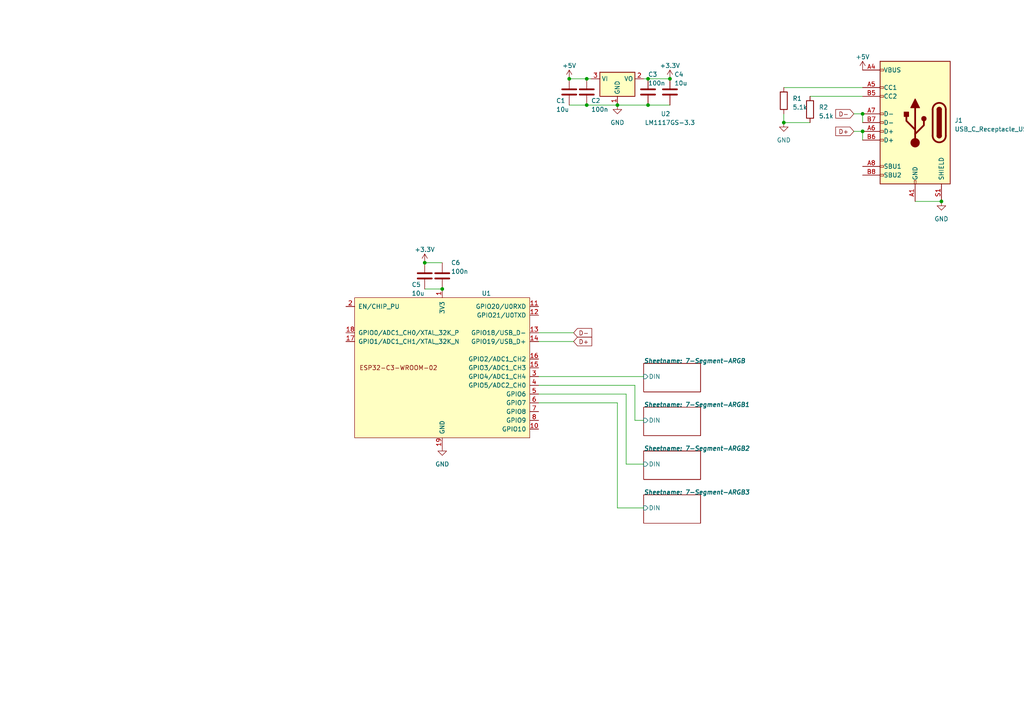
<source format=kicad_sch>
(kicad_sch (version 20230121) (generator eeschema)

  (uuid 51b06f68-d19f-435f-8d66-e0d8a7239925)

  (paper "A4")

  (lib_symbols
    (symbol "Connector:USB_C_Receptacle_USB2.0" (pin_names (offset 1.016)) (in_bom yes) (on_board yes)
      (property "Reference" "J" (at -10.16 19.05 0)
        (effects (font (size 1.27 1.27)) (justify left))
      )
      (property "Value" "USB_C_Receptacle_USB2.0" (at 19.05 19.05 0)
        (effects (font (size 1.27 1.27)) (justify right))
      )
      (property "Footprint" "" (at 3.81 0 0)
        (effects (font (size 1.27 1.27)) hide)
      )
      (property "Datasheet" "https://www.usb.org/sites/default/files/documents/usb_type-c.zip" (at 3.81 0 0)
        (effects (font (size 1.27 1.27)) hide)
      )
      (property "ki_keywords" "usb universal serial bus type-C USB2.0" (at 0 0 0)
        (effects (font (size 1.27 1.27)) hide)
      )
      (property "ki_description" "USB 2.0-only Type-C Receptacle connector" (at 0 0 0)
        (effects (font (size 1.27 1.27)) hide)
      )
      (property "ki_fp_filters" "USB*C*Receptacle*" (at 0 0 0)
        (effects (font (size 1.27 1.27)) hide)
      )
      (symbol "USB_C_Receptacle_USB2.0_0_0"
        (rectangle (start -0.254 -17.78) (end 0.254 -16.764)
          (stroke (width 0) (type default))
          (fill (type none))
        )
        (rectangle (start 10.16 -14.986) (end 9.144 -15.494)
          (stroke (width 0) (type default))
          (fill (type none))
        )
        (rectangle (start 10.16 -12.446) (end 9.144 -12.954)
          (stroke (width 0) (type default))
          (fill (type none))
        )
        (rectangle (start 10.16 -4.826) (end 9.144 -5.334)
          (stroke (width 0) (type default))
          (fill (type none))
        )
        (rectangle (start 10.16 -2.286) (end 9.144 -2.794)
          (stroke (width 0) (type default))
          (fill (type none))
        )
        (rectangle (start 10.16 0.254) (end 9.144 -0.254)
          (stroke (width 0) (type default))
          (fill (type none))
        )
        (rectangle (start 10.16 2.794) (end 9.144 2.286)
          (stroke (width 0) (type default))
          (fill (type none))
        )
        (rectangle (start 10.16 7.874) (end 9.144 7.366)
          (stroke (width 0) (type default))
          (fill (type none))
        )
        (rectangle (start 10.16 10.414) (end 9.144 9.906)
          (stroke (width 0) (type default))
          (fill (type none))
        )
        (rectangle (start 10.16 15.494) (end 9.144 14.986)
          (stroke (width 0) (type default))
          (fill (type none))
        )
      )
      (symbol "USB_C_Receptacle_USB2.0_0_1"
        (rectangle (start -10.16 17.78) (end 10.16 -17.78)
          (stroke (width 0.254) (type default))
          (fill (type background))
        )
        (arc (start -8.89 -3.81) (mid -6.985 -5.7067) (end -5.08 -3.81)
          (stroke (width 0.508) (type default))
          (fill (type none))
        )
        (arc (start -7.62 -3.81) (mid -6.985 -4.4423) (end -6.35 -3.81)
          (stroke (width 0.254) (type default))
          (fill (type none))
        )
        (arc (start -7.62 -3.81) (mid -6.985 -4.4423) (end -6.35 -3.81)
          (stroke (width 0.254) (type default))
          (fill (type outline))
        )
        (rectangle (start -7.62 -3.81) (end -6.35 3.81)
          (stroke (width 0.254) (type default))
          (fill (type outline))
        )
        (arc (start -6.35 3.81) (mid -6.985 4.4423) (end -7.62 3.81)
          (stroke (width 0.254) (type default))
          (fill (type none))
        )
        (arc (start -6.35 3.81) (mid -6.985 4.4423) (end -7.62 3.81)
          (stroke (width 0.254) (type default))
          (fill (type outline))
        )
        (arc (start -5.08 3.81) (mid -6.985 5.7067) (end -8.89 3.81)
          (stroke (width 0.508) (type default))
          (fill (type none))
        )
        (circle (center -2.54 1.143) (radius 0.635)
          (stroke (width 0.254) (type default))
          (fill (type outline))
        )
        (circle (center 0 -5.842) (radius 1.27)
          (stroke (width 0) (type default))
          (fill (type outline))
        )
        (polyline
          (pts
            (xy -8.89 -3.81)
            (xy -8.89 3.81)
          )
          (stroke (width 0.508) (type default))
          (fill (type none))
        )
        (polyline
          (pts
            (xy -5.08 3.81)
            (xy -5.08 -3.81)
          )
          (stroke (width 0.508) (type default))
          (fill (type none))
        )
        (polyline
          (pts
            (xy 0 -5.842)
            (xy 0 4.318)
          )
          (stroke (width 0.508) (type default))
          (fill (type none))
        )
        (polyline
          (pts
            (xy 0 -3.302)
            (xy -2.54 -0.762)
            (xy -2.54 0.508)
          )
          (stroke (width 0.508) (type default))
          (fill (type none))
        )
        (polyline
          (pts
            (xy 0 -2.032)
            (xy 2.54 0.508)
            (xy 2.54 1.778)
          )
          (stroke (width 0.508) (type default))
          (fill (type none))
        )
        (polyline
          (pts
            (xy -1.27 4.318)
            (xy 0 6.858)
            (xy 1.27 4.318)
            (xy -1.27 4.318)
          )
          (stroke (width 0.254) (type default))
          (fill (type outline))
        )
        (rectangle (start 1.905 1.778) (end 3.175 3.048)
          (stroke (width 0.254) (type default))
          (fill (type outline))
        )
      )
      (symbol "USB_C_Receptacle_USB2.0_1_1"
        (pin passive line (at 0 -22.86 90) (length 5.08)
          (name "GND" (effects (font (size 1.27 1.27))))
          (number "A1" (effects (font (size 1.27 1.27))))
        )
        (pin passive line (at 0 -22.86 90) (length 5.08) hide
          (name "GND" (effects (font (size 1.27 1.27))))
          (number "A12" (effects (font (size 1.27 1.27))))
        )
        (pin passive line (at 15.24 15.24 180) (length 5.08)
          (name "VBUS" (effects (font (size 1.27 1.27))))
          (number "A4" (effects (font (size 1.27 1.27))))
        )
        (pin bidirectional line (at 15.24 10.16 180) (length 5.08)
          (name "CC1" (effects (font (size 1.27 1.27))))
          (number "A5" (effects (font (size 1.27 1.27))))
        )
        (pin bidirectional line (at 15.24 -2.54 180) (length 5.08)
          (name "D+" (effects (font (size 1.27 1.27))))
          (number "A6" (effects (font (size 1.27 1.27))))
        )
        (pin bidirectional line (at 15.24 2.54 180) (length 5.08)
          (name "D-" (effects (font (size 1.27 1.27))))
          (number "A7" (effects (font (size 1.27 1.27))))
        )
        (pin bidirectional line (at 15.24 -12.7 180) (length 5.08)
          (name "SBU1" (effects (font (size 1.27 1.27))))
          (number "A8" (effects (font (size 1.27 1.27))))
        )
        (pin passive line (at 15.24 15.24 180) (length 5.08) hide
          (name "VBUS" (effects (font (size 1.27 1.27))))
          (number "A9" (effects (font (size 1.27 1.27))))
        )
        (pin passive line (at 0 -22.86 90) (length 5.08) hide
          (name "GND" (effects (font (size 1.27 1.27))))
          (number "B1" (effects (font (size 1.27 1.27))))
        )
        (pin passive line (at 0 -22.86 90) (length 5.08) hide
          (name "GND" (effects (font (size 1.27 1.27))))
          (number "B12" (effects (font (size 1.27 1.27))))
        )
        (pin passive line (at 15.24 15.24 180) (length 5.08) hide
          (name "VBUS" (effects (font (size 1.27 1.27))))
          (number "B4" (effects (font (size 1.27 1.27))))
        )
        (pin bidirectional line (at 15.24 7.62 180) (length 5.08)
          (name "CC2" (effects (font (size 1.27 1.27))))
          (number "B5" (effects (font (size 1.27 1.27))))
        )
        (pin bidirectional line (at 15.24 -5.08 180) (length 5.08)
          (name "D+" (effects (font (size 1.27 1.27))))
          (number "B6" (effects (font (size 1.27 1.27))))
        )
        (pin bidirectional line (at 15.24 0 180) (length 5.08)
          (name "D-" (effects (font (size 1.27 1.27))))
          (number "B7" (effects (font (size 1.27 1.27))))
        )
        (pin bidirectional line (at 15.24 -15.24 180) (length 5.08)
          (name "SBU2" (effects (font (size 1.27 1.27))))
          (number "B8" (effects (font (size 1.27 1.27))))
        )
        (pin passive line (at 15.24 15.24 180) (length 5.08) hide
          (name "VBUS" (effects (font (size 1.27 1.27))))
          (number "B9" (effects (font (size 1.27 1.27))))
        )
        (pin passive line (at -7.62 -22.86 90) (length 5.08)
          (name "SHIELD" (effects (font (size 1.27 1.27))))
          (number "S1" (effects (font (size 1.27 1.27))))
        )
      )
    )
    (symbol "Device:C" (pin_numbers hide) (pin_names (offset 0.254)) (in_bom yes) (on_board yes)
      (property "Reference" "C" (at 0.635 2.54 0)
        (effects (font (size 1.27 1.27)) (justify left))
      )
      (property "Value" "C" (at 0.635 -2.54 0)
        (effects (font (size 1.27 1.27)) (justify left))
      )
      (property "Footprint" "" (at 0.9652 -3.81 0)
        (effects (font (size 1.27 1.27)) hide)
      )
      (property "Datasheet" "~" (at 0 0 0)
        (effects (font (size 1.27 1.27)) hide)
      )
      (property "ki_keywords" "cap capacitor" (at 0 0 0)
        (effects (font (size 1.27 1.27)) hide)
      )
      (property "ki_description" "Unpolarized capacitor" (at 0 0 0)
        (effects (font (size 1.27 1.27)) hide)
      )
      (property "ki_fp_filters" "C_*" (at 0 0 0)
        (effects (font (size 1.27 1.27)) hide)
      )
      (symbol "C_0_1"
        (polyline
          (pts
            (xy -2.032 -0.762)
            (xy 2.032 -0.762)
          )
          (stroke (width 0.508) (type default))
          (fill (type none))
        )
        (polyline
          (pts
            (xy -2.032 0.762)
            (xy 2.032 0.762)
          )
          (stroke (width 0.508) (type default))
          (fill (type none))
        )
      )
      (symbol "C_1_1"
        (pin passive line (at 0 3.81 270) (length 2.794)
          (name "~" (effects (font (size 1.27 1.27))))
          (number "1" (effects (font (size 1.27 1.27))))
        )
        (pin passive line (at 0 -3.81 90) (length 2.794)
          (name "~" (effects (font (size 1.27 1.27))))
          (number "2" (effects (font (size 1.27 1.27))))
        )
      )
    )
    (symbol "Device:R" (pin_numbers hide) (pin_names (offset 0)) (in_bom yes) (on_board yes)
      (property "Reference" "R" (at 2.032 0 90)
        (effects (font (size 1.27 1.27)))
      )
      (property "Value" "R" (at 0 0 90)
        (effects (font (size 1.27 1.27)))
      )
      (property "Footprint" "" (at -1.778 0 90)
        (effects (font (size 1.27 1.27)) hide)
      )
      (property "Datasheet" "~" (at 0 0 0)
        (effects (font (size 1.27 1.27)) hide)
      )
      (property "ki_keywords" "R res resistor" (at 0 0 0)
        (effects (font (size 1.27 1.27)) hide)
      )
      (property "ki_description" "Resistor" (at 0 0 0)
        (effects (font (size 1.27 1.27)) hide)
      )
      (property "ki_fp_filters" "R_*" (at 0 0 0)
        (effects (font (size 1.27 1.27)) hide)
      )
      (symbol "R_0_1"
        (rectangle (start -1.016 -2.54) (end 1.016 2.54)
          (stroke (width 0.254) (type default))
          (fill (type none))
        )
      )
      (symbol "R_1_1"
        (pin passive line (at 0 3.81 270) (length 1.27)
          (name "~" (effects (font (size 1.27 1.27))))
          (number "1" (effects (font (size 1.27 1.27))))
        )
        (pin passive line (at 0 -3.81 90) (length 1.27)
          (name "~" (effects (font (size 1.27 1.27))))
          (number "2" (effects (font (size 1.27 1.27))))
        )
      )
    )
    (symbol "Espressif:ESP32-C3-WROOM-02" (pin_names (offset 1.016)) (in_bom yes) (on_board yes)
      (property "Reference" "U" (at -25.4 25.4 0)
        (effects (font (size 1.27 1.27)) (justify left))
      )
      (property "Value" "ESP32-C3-WROOM-02" (at -25.4 22.86 0)
        (effects (font (size 1.27 1.27)) (justify left))
      )
      (property "Footprint" "Espressif:ESP32-C3-WROOM-02" (at 0 -30.48 0)
        (effects (font (size 1.27 1.27)) hide)
      )
      (property "Datasheet" "https://www.espressif.com/sites/default/files/documentation/esp32-c3-wroom-02_datasheet_en.pdf" (at -2.54 -33.02 0)
        (effects (font (size 1.27 1.27)) hide)
      )
      (property "ki_keywords" "esp32-c3 module" (at 0 0 0)
        (effects (font (size 1.27 1.27)) hide)
      )
      (property "ki_description" "ESP32-C3-WROOM-02 is a general-purpose Wi-Fi and Bluetooth LE module. This module features a rich set of peripherals and high performance, which makes it an ideal choice for smart home, industrial automation, health care, consumer electronics, etc." (at 0 0 0)
        (effects (font (size 1.27 1.27)) hide)
      )
      (symbol "ESP32-C3-WROOM-02_0_0"
        (text "ESP32-C3-WROOM-02" (at -12.7 0 0)
          (effects (font (size 1.27 1.27)))
        )
      )
      (symbol "ESP32-C3-WROOM-02_0_1"
        (rectangle (start 25.4 20.32) (end -25.4 -20.32)
          (stroke (width 0) (type default))
          (fill (type background))
        )
      )
      (symbol "ESP32-C3-WROOM-02_1_1"
        (pin power_in line (at 0 22.86 270) (length 2.54)
          (name "3V3" (effects (font (size 1.27 1.27))))
          (number "1" (effects (font (size 1.27 1.27))))
        )
        (pin bidirectional line (at 27.94 -17.78 180) (length 2.54)
          (name "GPIO10" (effects (font (size 1.27 1.27))))
          (number "10" (effects (font (size 1.27 1.27))))
        )
        (pin bidirectional line (at 27.94 17.78 180) (length 2.54)
          (name "GPIO20/U0RXD" (effects (font (size 1.27 1.27))))
          (number "11" (effects (font (size 1.27 1.27))))
        )
        (pin bidirectional line (at 27.94 15.24 180) (length 2.54)
          (name "GPIO21/U0TXD" (effects (font (size 1.27 1.27))))
          (number "12" (effects (font (size 1.27 1.27))))
        )
        (pin bidirectional line (at 27.94 10.16 180) (length 2.54)
          (name "GPIO18/USB_D-" (effects (font (size 1.27 1.27))))
          (number "13" (effects (font (size 1.27 1.27))))
        )
        (pin bidirectional line (at 27.94 7.62 180) (length 2.54)
          (name "GPIO19/USB_D+" (effects (font (size 1.27 1.27))))
          (number "14" (effects (font (size 1.27 1.27))))
        )
        (pin bidirectional line (at 27.94 0 180) (length 2.54)
          (name "GPIO3/ADC1_CH3" (effects (font (size 1.27 1.27))))
          (number "15" (effects (font (size 1.27 1.27))))
        )
        (pin bidirectional line (at 27.94 2.54 180) (length 2.54)
          (name "GPIO2/ADC1_CH2" (effects (font (size 1.27 1.27))))
          (number "16" (effects (font (size 1.27 1.27))))
        )
        (pin bidirectional line (at -27.94 7.62 0) (length 2.54)
          (name "GPIO1/ADC1_CH1/XTAL_32K_N" (effects (font (size 1.27 1.27))))
          (number "17" (effects (font (size 1.27 1.27))))
        )
        (pin bidirectional line (at -27.94 10.16 0) (length 2.54)
          (name "GPIO0/ADC1_CH0/XTAL_32K_P" (effects (font (size 1.27 1.27))))
          (number "18" (effects (font (size 1.27 1.27))))
        )
        (pin power_in line (at 0 -22.86 90) (length 2.54)
          (name "GND" (effects (font (size 1.27 1.27))))
          (number "19" (effects (font (size 1.27 1.27))))
        )
        (pin input line (at -27.94 17.78 0) (length 2.54)
          (name "EN/CHIP_PU" (effects (font (size 1.27 1.27))))
          (number "2" (effects (font (size 1.27 1.27))))
        )
        (pin bidirectional line (at 27.94 -2.54 180) (length 2.54)
          (name "GPIO4/ADC1_CH4" (effects (font (size 1.27 1.27))))
          (number "3" (effects (font (size 1.27 1.27))))
        )
        (pin bidirectional line (at 27.94 -5.08 180) (length 2.54)
          (name "GPIO5/ADC2_CH0" (effects (font (size 1.27 1.27))))
          (number "4" (effects (font (size 1.27 1.27))))
        )
        (pin bidirectional line (at 27.94 -7.62 180) (length 2.54)
          (name "GPIO6" (effects (font (size 1.27 1.27))))
          (number "5" (effects (font (size 1.27 1.27))))
        )
        (pin bidirectional line (at 27.94 -10.16 180) (length 2.54)
          (name "GPIO7" (effects (font (size 1.27 1.27))))
          (number "6" (effects (font (size 1.27 1.27))))
        )
        (pin bidirectional line (at 27.94 -12.7 180) (length 2.54)
          (name "GPIO8" (effects (font (size 1.27 1.27))))
          (number "7" (effects (font (size 1.27 1.27))))
        )
        (pin bidirectional line (at 27.94 -15.24 180) (length 2.54)
          (name "GPIO9" (effects (font (size 1.27 1.27))))
          (number "8" (effects (font (size 1.27 1.27))))
        )
        (pin passive line (at 0 -22.86 90) (length 2.54) hide
          (name "GND" (effects (font (size 1.27 1.27))))
          (number "9" (effects (font (size 1.27 1.27))))
        )
      )
    )
    (symbol "Regulator_Linear:LM1117DT-3.3" (in_bom yes) (on_board yes)
      (property "Reference" "U" (at -3.81 3.175 0)
        (effects (font (size 1.27 1.27)))
      )
      (property "Value" "LM1117DT-3.3" (at 0 3.175 0)
        (effects (font (size 1.27 1.27)) (justify left))
      )
      (property "Footprint" "Package_TO_SOT_SMD:TO-252-3_TabPin2" (at 0 0 0)
        (effects (font (size 1.27 1.27)) hide)
      )
      (property "Datasheet" "http://www.ti.com/lit/ds/symlink/lm1117.pdf" (at 0 0 0)
        (effects (font (size 1.27 1.27)) hide)
      )
      (property "ki_keywords" "linear regulator ldo fixed positive" (at 0 0 0)
        (effects (font (size 1.27 1.27)) hide)
      )
      (property "ki_description" "800mA Low-Dropout Linear Regulator, 3.3V fixed output, TO-252" (at 0 0 0)
        (effects (font (size 1.27 1.27)) hide)
      )
      (property "ki_fp_filters" "TO?252*" (at 0 0 0)
        (effects (font (size 1.27 1.27)) hide)
      )
      (symbol "LM1117DT-3.3_0_1"
        (rectangle (start -5.08 -5.08) (end 5.08 1.905)
          (stroke (width 0.254) (type default))
          (fill (type background))
        )
      )
      (symbol "LM1117DT-3.3_1_1"
        (pin power_in line (at 0 -7.62 90) (length 2.54)
          (name "GND" (effects (font (size 1.27 1.27))))
          (number "1" (effects (font (size 1.27 1.27))))
        )
        (pin power_out line (at 7.62 0 180) (length 2.54)
          (name "VO" (effects (font (size 1.27 1.27))))
          (number "2" (effects (font (size 1.27 1.27))))
        )
        (pin power_in line (at -7.62 0 0) (length 2.54)
          (name "VI" (effects (font (size 1.27 1.27))))
          (number "3" (effects (font (size 1.27 1.27))))
        )
      )
    )
    (symbol "power:+3.3V" (power) (pin_names (offset 0)) (in_bom yes) (on_board yes)
      (property "Reference" "#PWR" (at 0 -3.81 0)
        (effects (font (size 1.27 1.27)) hide)
      )
      (property "Value" "+3.3V" (at 0 3.556 0)
        (effects (font (size 1.27 1.27)))
      )
      (property "Footprint" "" (at 0 0 0)
        (effects (font (size 1.27 1.27)) hide)
      )
      (property "Datasheet" "" (at 0 0 0)
        (effects (font (size 1.27 1.27)) hide)
      )
      (property "ki_keywords" "global power" (at 0 0 0)
        (effects (font (size 1.27 1.27)) hide)
      )
      (property "ki_description" "Power symbol creates a global label with name \"+3.3V\"" (at 0 0 0)
        (effects (font (size 1.27 1.27)) hide)
      )
      (symbol "+3.3V_0_1"
        (polyline
          (pts
            (xy -0.762 1.27)
            (xy 0 2.54)
          )
          (stroke (width 0) (type default))
          (fill (type none))
        )
        (polyline
          (pts
            (xy 0 0)
            (xy 0 2.54)
          )
          (stroke (width 0) (type default))
          (fill (type none))
        )
        (polyline
          (pts
            (xy 0 2.54)
            (xy 0.762 1.27)
          )
          (stroke (width 0) (type default))
          (fill (type none))
        )
      )
      (symbol "+3.3V_1_1"
        (pin power_in line (at 0 0 90) (length 0) hide
          (name "+3.3V" (effects (font (size 1.27 1.27))))
          (number "1" (effects (font (size 1.27 1.27))))
        )
      )
    )
    (symbol "power:+5V" (power) (pin_names (offset 0)) (in_bom yes) (on_board yes)
      (property "Reference" "#PWR" (at 0 -3.81 0)
        (effects (font (size 1.27 1.27)) hide)
      )
      (property "Value" "+5V" (at 0 3.556 0)
        (effects (font (size 1.27 1.27)))
      )
      (property "Footprint" "" (at 0 0 0)
        (effects (font (size 1.27 1.27)) hide)
      )
      (property "Datasheet" "" (at 0 0 0)
        (effects (font (size 1.27 1.27)) hide)
      )
      (property "ki_keywords" "global power" (at 0 0 0)
        (effects (font (size 1.27 1.27)) hide)
      )
      (property "ki_description" "Power symbol creates a global label with name \"+5V\"" (at 0 0 0)
        (effects (font (size 1.27 1.27)) hide)
      )
      (symbol "+5V_0_1"
        (polyline
          (pts
            (xy -0.762 1.27)
            (xy 0 2.54)
          )
          (stroke (width 0) (type default))
          (fill (type none))
        )
        (polyline
          (pts
            (xy 0 0)
            (xy 0 2.54)
          )
          (stroke (width 0) (type default))
          (fill (type none))
        )
        (polyline
          (pts
            (xy 0 2.54)
            (xy 0.762 1.27)
          )
          (stroke (width 0) (type default))
          (fill (type none))
        )
      )
      (symbol "+5V_1_1"
        (pin power_in line (at 0 0 90) (length 0) hide
          (name "+5V" (effects (font (size 1.27 1.27))))
          (number "1" (effects (font (size 1.27 1.27))))
        )
      )
    )
    (symbol "power:GND" (power) (pin_names (offset 0)) (in_bom yes) (on_board yes)
      (property "Reference" "#PWR" (at 0 -6.35 0)
        (effects (font (size 1.27 1.27)) hide)
      )
      (property "Value" "GND" (at 0 -3.81 0)
        (effects (font (size 1.27 1.27)))
      )
      (property "Footprint" "" (at 0 0 0)
        (effects (font (size 1.27 1.27)) hide)
      )
      (property "Datasheet" "" (at 0 0 0)
        (effects (font (size 1.27 1.27)) hide)
      )
      (property "ki_keywords" "global power" (at 0 0 0)
        (effects (font (size 1.27 1.27)) hide)
      )
      (property "ki_description" "Power symbol creates a global label with name \"GND\" , ground" (at 0 0 0)
        (effects (font (size 1.27 1.27)) hide)
      )
      (symbol "GND_0_1"
        (polyline
          (pts
            (xy 0 0)
            (xy 0 -1.27)
            (xy 1.27 -1.27)
            (xy 0 -2.54)
            (xy -1.27 -1.27)
            (xy 0 -1.27)
          )
          (stroke (width 0) (type default))
          (fill (type none))
        )
      )
      (symbol "GND_1_1"
        (pin power_in line (at 0 0 270) (length 0) hide
          (name "GND" (effects (font (size 1.27 1.27))))
          (number "1" (effects (font (size 1.27 1.27))))
        )
      )
    )
  )

  (junction (at 187.96 30.48) (diameter 0) (color 0 0 0 0)
    (uuid 0a75a37f-493f-498e-8f44-c0d61511fd40)
  )
  (junction (at 250.19 38.1) (diameter 0) (color 0 0 0 0)
    (uuid 24343ea5-41be-4742-b957-9d4934bea557)
  )
  (junction (at 123.19 76.2) (diameter 0) (color 0 0 0 0)
    (uuid 3484d320-f933-4250-879d-c858babeeca8)
  )
  (junction (at 128.27 83.82) (diameter 0) (color 0 0 0 0)
    (uuid 570fd340-fc83-4e2c-a1f9-ceb6dcefc2b0)
  )
  (junction (at 170.18 30.48) (diameter 0) (color 0 0 0 0)
    (uuid 60a43174-e9b2-47a6-9712-f68da51e22b0)
  )
  (junction (at 179.07 30.48) (diameter 0) (color 0 0 0 0)
    (uuid 652bc509-2689-4635-986b-6ece045f0b25)
  )
  (junction (at 165.1 22.86) (diameter 0) (color 0 0 0 0)
    (uuid 7975b016-566d-46ab-8a99-7a956f9283c8)
  )
  (junction (at 250.19 33.02) (diameter 0) (color 0 0 0 0)
    (uuid 82fe07c6-e4b8-41b6-b9d6-aacd06bac4dc)
  )
  (junction (at 227.33 35.56) (diameter 0) (color 0 0 0 0)
    (uuid 8ec2e652-3029-44a0-b285-8101257e097a)
  )
  (junction (at 194.31 22.86) (diameter 0) (color 0 0 0 0)
    (uuid c6691da6-219a-422c-8aa1-b5af4162e908)
  )
  (junction (at 187.96 22.86) (diameter 0) (color 0 0 0 0)
    (uuid dcfaea07-018b-4300-a3be-8823a4e71bdd)
  )
  (junction (at 170.18 22.86) (diameter 0) (color 0 0 0 0)
    (uuid e5e2dbcf-5633-4366-b22e-5044830aa6ce)
  )
  (junction (at 273.05 58.42) (diameter 0) (color 0 0 0 0)
    (uuid ec25c61e-c560-43a6-9f46-2497b0b8501a)
  )

  (wire (pts (xy 170.18 22.86) (xy 171.45 22.86))
    (stroke (width 0) (type default))
    (uuid 0852c8bb-b992-4f5b-a88b-350e80f84828)
  )
  (wire (pts (xy 179.07 30.48) (xy 187.96 30.48))
    (stroke (width 0) (type default))
    (uuid 0a14231f-d1eb-4336-843a-52ec8584fb20)
  )
  (wire (pts (xy 247.65 38.1) (xy 250.19 38.1))
    (stroke (width 0) (type default))
    (uuid 1378875b-0d4c-4be3-a8e6-0a240fb948c9)
  )
  (wire (pts (xy 247.65 33.02) (xy 250.19 33.02))
    (stroke (width 0) (type default))
    (uuid 22c5c212-3e45-46b6-96b7-7cb97cfbaa86)
  )
  (wire (pts (xy 181.61 114.3) (xy 156.21 114.3))
    (stroke (width 0) (type default))
    (uuid 22e1c1db-2d37-4a9c-87c1-8fa017ffc278)
  )
  (wire (pts (xy 123.19 76.2) (xy 128.27 76.2))
    (stroke (width 0) (type default))
    (uuid 36def7ef-74f2-4c42-9523-a25bbf1b5979)
  )
  (wire (pts (xy 184.15 121.92) (xy 184.15 111.76))
    (stroke (width 0) (type default))
    (uuid 45d264e1-d673-48e8-934d-38ae70d29d70)
  )
  (wire (pts (xy 181.61 134.62) (xy 181.61 114.3))
    (stroke (width 0) (type default))
    (uuid 46546162-4f1e-4725-91a9-5956eb0c7efb)
  )
  (wire (pts (xy 156.21 99.06) (xy 166.37 99.06))
    (stroke (width 0) (type default))
    (uuid 49bd7473-356d-45e6-b399-dc0ce6ed58ea)
  )
  (wire (pts (xy 156.21 96.52) (xy 166.37 96.52))
    (stroke (width 0) (type default))
    (uuid 4f11383c-d51e-4bf8-bb23-9db414ea4322)
  )
  (wire (pts (xy 187.96 30.48) (xy 194.31 30.48))
    (stroke (width 0) (type default))
    (uuid 53314acc-b602-4c98-9526-ad4bb84155c4)
  )
  (wire (pts (xy 187.96 22.86) (xy 194.31 22.86))
    (stroke (width 0) (type default))
    (uuid 6038d0da-b766-4c73-9f36-28d90fd5a09e)
  )
  (wire (pts (xy 179.07 116.84) (xy 156.21 116.84))
    (stroke (width 0) (type default))
    (uuid 6ad568e5-05b8-4cd6-a2a0-19e2d5d694f9)
  )
  (wire (pts (xy 186.69 147.32) (xy 179.07 147.32))
    (stroke (width 0) (type default))
    (uuid 7f739826-cdd5-4235-b54f-66826306422f)
  )
  (wire (pts (xy 227.33 25.4) (xy 250.19 25.4))
    (stroke (width 0) (type default))
    (uuid 8cacadfb-5339-4fad-a207-274a7a0c7ad5)
  )
  (wire (pts (xy 250.19 33.02) (xy 250.19 35.56))
    (stroke (width 0) (type default))
    (uuid 99488dae-7c26-4ae7-81d8-879f44b22abe)
  )
  (wire (pts (xy 186.69 121.92) (xy 184.15 121.92))
    (stroke (width 0) (type default))
    (uuid a1f11932-b9ac-420a-97a1-893086bb5b01)
  )
  (wire (pts (xy 186.69 134.62) (xy 181.61 134.62))
    (stroke (width 0) (type default))
    (uuid a4bbc0ca-75eb-4ef1-bcbf-6431fce80ea4)
  )
  (wire (pts (xy 165.1 22.86) (xy 170.18 22.86))
    (stroke (width 0) (type default))
    (uuid aa0e872b-0929-45f4-9991-822258f8ede7)
  )
  (wire (pts (xy 227.33 35.56) (xy 234.95 35.56))
    (stroke (width 0) (type default))
    (uuid b037c144-4879-410d-8b2b-3b843db090bb)
  )
  (wire (pts (xy 265.43 58.42) (xy 273.05 58.42))
    (stroke (width 0) (type default))
    (uuid b92ffa1e-9dba-467e-b58b-23a1c5762553)
  )
  (wire (pts (xy 165.1 30.48) (xy 170.18 30.48))
    (stroke (width 0) (type default))
    (uuid bbbeaed7-2b2e-47d5-b2ee-85061c96f9cb)
  )
  (wire (pts (xy 186.69 22.86) (xy 187.96 22.86))
    (stroke (width 0) (type default))
    (uuid bdd25503-6e55-4260-bab9-982b8dba8448)
  )
  (wire (pts (xy 234.95 27.94) (xy 250.19 27.94))
    (stroke (width 0) (type default))
    (uuid bf336704-44e5-401e-a608-668a5eea5f6f)
  )
  (wire (pts (xy 179.07 147.32) (xy 179.07 116.84))
    (stroke (width 0) (type default))
    (uuid c69cb167-0c5d-4f63-a40c-3b9c61dde3b5)
  )
  (wire (pts (xy 227.33 33.02) (xy 227.33 35.56))
    (stroke (width 0) (type default))
    (uuid c7430099-dd13-49c3-9ccd-7531979fe3c6)
  )
  (wire (pts (xy 184.15 111.76) (xy 156.21 111.76))
    (stroke (width 0) (type default))
    (uuid c9ef36e4-6207-424b-ad52-c87b7e76bf6e)
  )
  (wire (pts (xy 170.18 30.48) (xy 179.07 30.48))
    (stroke (width 0) (type default))
    (uuid ced5806f-465b-4a38-8938-dc156568e518)
  )
  (wire (pts (xy 250.19 38.1) (xy 250.19 40.64))
    (stroke (width 0) (type default))
    (uuid d20b7587-e875-4760-9209-5e3b8c5241e3)
  )
  (wire (pts (xy 156.21 109.22) (xy 186.69 109.22))
    (stroke (width 0) (type default))
    (uuid d3d02958-4aad-47cb-a470-8b36f3028518)
  )
  (wire (pts (xy 123.19 83.82) (xy 128.27 83.82))
    (stroke (width 0) (type default))
    (uuid f85a7c90-027b-4b12-8c6e-4f2793426b5f)
  )

  (global_label "D-" (shape input) (at 247.65 33.02 180) (fields_autoplaced)
    (effects (font (size 1.27 1.27)) (justify right))
    (uuid b428168d-4ef3-4015-9405-b081692d804c)
    (property "Intersheetrefs" "${INTERSHEET_REFS}" (at 241.9018 33.02 0)
      (effects (font (size 1.27 1.27)) (justify right) hide)
    )
  )
  (global_label "D+" (shape input) (at 247.65 38.1 180) (fields_autoplaced)
    (effects (font (size 1.27 1.27)) (justify right))
    (uuid baf07ba3-c5e1-427b-8e4f-81042a5369ac)
    (property "Intersheetrefs" "${INTERSHEET_REFS}" (at 241.9018 38.1 0)
      (effects (font (size 1.27 1.27)) (justify right) hide)
    )
  )
  (global_label "D-" (shape input) (at 166.37 96.52 0) (fields_autoplaced)
    (effects (font (size 1.27 1.27)) (justify left))
    (uuid db51342b-d235-47f9-b83e-7b9aa1ef9fc1)
    (property "Intersheetrefs" "${INTERSHEET_REFS}" (at 172.1182 96.52 0)
      (effects (font (size 1.27 1.27)) (justify left) hide)
    )
  )
  (global_label "D+" (shape input) (at 166.37 99.06 0) (fields_autoplaced)
    (effects (font (size 1.27 1.27)) (justify left))
    (uuid f81cc533-756d-448f-ba51-9b7524ff1ba0)
    (property "Intersheetrefs" "${INTERSHEET_REFS}" (at 172.1182 99.06 0)
      (effects (font (size 1.27 1.27)) (justify left) hide)
    )
  )

  (symbol (lib_id "Espressif:ESP32-C3-WROOM-02") (at 128.27 106.68 0) (unit 1)
    (in_bom yes) (on_board yes) (dnp no)
    (uuid 017bf3aa-80f6-4ca8-81fc-acb879e94868)
    (property "Reference" "U1" (at 139.7 85.09 0)
      (effects (font (size 1.27 1.27)) (justify left))
    )
    (property "Value" "ESP32-C3-WROOM-02" (at 130.2259 85.09 0)
      (effects (font (size 1.27 1.27)) (justify left) hide)
    )
    (property "Footprint" "Espressif:ESP32-C3-WROOM-02" (at 128.27 137.16 0)
      (effects (font (size 1.27 1.27)) hide)
    )
    (property "Datasheet" "https://www.espressif.com/sites/default/files/documentation/esp32-c3-wroom-02_datasheet_en.pdf" (at 125.73 139.7 0)
      (effects (font (size 1.27 1.27)) hide)
    )
    (pin "1" (uuid 19e3ad7f-7d3b-4583-8add-29173fb25504))
    (pin "10" (uuid eb8b4a60-78ef-480b-b307-0db7d8598fc0))
    (pin "11" (uuid d1509561-ac71-4ed4-b65d-960055d88000))
    (pin "12" (uuid 7e76c94c-008c-4701-95ca-720dbd5487ed))
    (pin "13" (uuid 152e9059-de71-42fc-8aba-d21655aaf416))
    (pin "14" (uuid d1bbf8f8-7798-47a9-8cbb-45e08e6914db))
    (pin "15" (uuid bf9ba914-69ed-4712-bbbd-ed3cd9abd40a))
    (pin "16" (uuid 95daab87-5e9b-4f3a-89c1-6e2d406a549a))
    (pin "17" (uuid f88c2643-e895-4187-9f69-ce2b07fcc13e))
    (pin "18" (uuid ae868624-4222-4b42-9d3f-7e965ec3802d))
    (pin "19" (uuid 46a77edf-18b0-426a-b724-b4b76b6b11ad))
    (pin "2" (uuid b8677ab0-6f40-4b6d-8d86-fa6285666460))
    (pin "3" (uuid 460d31ae-11e6-4097-a42a-07ed7eb046e8))
    (pin "4" (uuid 1998b3a0-e946-4e1c-8e7a-0743e2e4520b))
    (pin "5" (uuid 11f48c14-df8a-4cb9-abdc-4a0b82e321bd))
    (pin "6" (uuid 5e0f163a-3c51-4c2f-951a-449036d7b3e5))
    (pin "7" (uuid 2a9b48aa-6e51-409a-8820-305757af3ee1))
    (pin "8" (uuid a425e633-bdec-4f5b-8eae-731d653807cd))
    (pin "9" (uuid 53ebcdb5-b990-45fc-96fd-9deaaca60f15))
    (instances
      (project "gaming-clock"
        (path "/51b06f68-d19f-435f-8d66-e0d8a7239925"
          (reference "U1") (unit 1)
        )
      )
    )
  )

  (symbol (lib_id "power:GND") (at 227.33 35.56 0) (unit 1)
    (in_bom yes) (on_board yes) (dnp no) (fields_autoplaced)
    (uuid 097eecb2-c463-4b51-90d4-ce5fdf3b31ff)
    (property "Reference" "#PWR02" (at 227.33 41.91 0)
      (effects (font (size 1.27 1.27)) hide)
    )
    (property "Value" "GND" (at 227.33 40.64 0)
      (effects (font (size 1.27 1.27)))
    )
    (property "Footprint" "" (at 227.33 35.56 0)
      (effects (font (size 1.27 1.27)) hide)
    )
    (property "Datasheet" "" (at 227.33 35.56 0)
      (effects (font (size 1.27 1.27)) hide)
    )
    (pin "1" (uuid 43360018-1e3a-4617-bd23-bcae0577b77e))
    (instances
      (project "gaming-clock"
        (path "/51b06f68-d19f-435f-8d66-e0d8a7239925"
          (reference "#PWR02") (unit 1)
        )
      )
    )
  )

  (symbol (lib_id "power:GND") (at 273.05 58.42 0) (unit 1)
    (in_bom yes) (on_board yes) (dnp no) (fields_autoplaced)
    (uuid 1977fc09-0b19-4bce-b8a9-648b79a6da75)
    (property "Reference" "#PWR03" (at 273.05 64.77 0)
      (effects (font (size 1.27 1.27)) hide)
    )
    (property "Value" "GND" (at 273.05 63.5 0)
      (effects (font (size 1.27 1.27)))
    )
    (property "Footprint" "" (at 273.05 58.42 0)
      (effects (font (size 1.27 1.27)) hide)
    )
    (property "Datasheet" "" (at 273.05 58.42 0)
      (effects (font (size 1.27 1.27)) hide)
    )
    (pin "1" (uuid 41e13509-37ab-4cb9-88b1-29b317cd1e92))
    (instances
      (project "gaming-clock"
        (path "/51b06f68-d19f-435f-8d66-e0d8a7239925"
          (reference "#PWR03") (unit 1)
        )
      )
    )
  )

  (symbol (lib_id "power:GND") (at 179.07 30.48 0) (unit 1)
    (in_bom yes) (on_board yes) (dnp no) (fields_autoplaced)
    (uuid 1d5c5caf-a7d0-44d8-b30d-d04d1431c77f)
    (property "Reference" "#PWR06" (at 179.07 36.83 0)
      (effects (font (size 1.27 1.27)) hide)
    )
    (property "Value" "GND" (at 179.07 35.56 0)
      (effects (font (size 1.27 1.27)))
    )
    (property "Footprint" "" (at 179.07 30.48 0)
      (effects (font (size 1.27 1.27)) hide)
    )
    (property "Datasheet" "" (at 179.07 30.48 0)
      (effects (font (size 1.27 1.27)) hide)
    )
    (pin "1" (uuid 7f60b171-20c0-4813-b631-624e58561f99))
    (instances
      (project "gaming-clock"
        (path "/51b06f68-d19f-435f-8d66-e0d8a7239925"
          (reference "#PWR06") (unit 1)
        )
      )
    )
  )

  (symbol (lib_id "Device:C") (at 123.19 80.01 0) (unit 1)
    (in_bom yes) (on_board yes) (dnp no)
    (uuid 3fcffe28-ade5-45f6-8188-7ea2bf6dae26)
    (property "Reference" "C5" (at 119.38 82.55 0)
      (effects (font (size 1.27 1.27)) (justify left))
    )
    (property "Value" "10u" (at 119.38 85.09 0)
      (effects (font (size 1.27 1.27)) (justify left))
    )
    (property "Footprint" "Capacitor_SMD:C_0603_1608Metric_Pad1.08x0.95mm_HandSolder" (at 124.1552 83.82 0)
      (effects (font (size 1.27 1.27)) hide)
    )
    (property "Datasheet" "~" (at 123.19 80.01 0)
      (effects (font (size 1.27 1.27)) hide)
    )
    (pin "1" (uuid d512659e-744b-4857-9439-524194963ec2))
    (pin "2" (uuid e3c064ac-cd58-48b0-8779-89fe0a648834))
    (instances
      (project "gaming-clock"
        (path "/51b06f68-d19f-435f-8d66-e0d8a7239925"
          (reference "C5") (unit 1)
        )
      )
    )
  )

  (symbol (lib_id "Device:C") (at 170.18 26.67 0) (unit 1)
    (in_bom yes) (on_board yes) (dnp no)
    (uuid 4c8c5583-7dbd-4652-a84e-ff28d4ed39e7)
    (property "Reference" "C2" (at 171.45 29.21 0)
      (effects (font (size 1.27 1.27)) (justify left))
    )
    (property "Value" "100n" (at 171.45 31.75 0)
      (effects (font (size 1.27 1.27)) (justify left))
    )
    (property "Footprint" "Capacitor_SMD:C_0603_1608Metric_Pad1.08x0.95mm_HandSolder" (at 171.1452 30.48 0)
      (effects (font (size 1.27 1.27)) hide)
    )
    (property "Datasheet" "~" (at 170.18 26.67 0)
      (effects (font (size 1.27 1.27)) hide)
    )
    (pin "1" (uuid e659d5ff-7639-48ce-90f9-0c559b10a5d9))
    (pin "2" (uuid deba6ac5-439b-4b20-aa75-0b563fa081bd))
    (instances
      (project "gaming-clock"
        (path "/51b06f68-d19f-435f-8d66-e0d8a7239925"
          (reference "C2") (unit 1)
        )
      )
    )
  )

  (symbol (lib_id "Device:C") (at 187.96 26.67 0) (unit 1)
    (in_bom yes) (on_board yes) (dnp no)
    (uuid 4ebb7712-aef3-4314-a094-99e61cd25ede)
    (property "Reference" "C3" (at 187.96 21.59 0)
      (effects (font (size 1.27 1.27)) (justify left))
    )
    (property "Value" "100n" (at 187.96 24.13 0)
      (effects (font (size 1.27 1.27)) (justify left))
    )
    (property "Footprint" "Capacitor_SMD:C_0603_1608Metric_Pad1.08x0.95mm_HandSolder" (at 188.9252 30.48 0)
      (effects (font (size 1.27 1.27)) hide)
    )
    (property "Datasheet" "~" (at 187.96 26.67 0)
      (effects (font (size 1.27 1.27)) hide)
    )
    (pin "1" (uuid 108d54c2-4e30-46be-a47a-e519b82e07b1))
    (pin "2" (uuid 95e17594-56e5-4a74-866b-ca30711ae455))
    (instances
      (project "gaming-clock"
        (path "/51b06f68-d19f-435f-8d66-e0d8a7239925"
          (reference "C3") (unit 1)
        )
      )
    )
  )

  (symbol (lib_id "Connector:USB_C_Receptacle_USB2.0") (at 265.43 35.56 0) (mirror y) (unit 1)
    (in_bom yes) (on_board yes) (dnp no) (fields_autoplaced)
    (uuid 53b12f33-34b0-4d44-bec1-1da0f22599fe)
    (property "Reference" "J1" (at 276.86 34.925 0)
      (effects (font (size 1.27 1.27)) (justify right))
    )
    (property "Value" "USB_C_Receptacle_USB2.0" (at 276.86 37.465 0)
      (effects (font (size 1.27 1.27)) (justify right))
    )
    (property "Footprint" "Connector_USB:USB_C_Receptacle_G-Switch_GT-USB-7010ASV" (at 261.62 35.56 0)
      (effects (font (size 1.27 1.27)) hide)
    )
    (property "Datasheet" "https://www.usb.org/sites/default/files/documents/usb_type-c.zip" (at 261.62 35.56 0)
      (effects (font (size 1.27 1.27)) hide)
    )
    (pin "A1" (uuid 6b79e1e5-254c-440f-94ef-63d62b5b6908))
    (pin "A12" (uuid 78ba4d6f-fda2-43d2-acee-02662ce06cca))
    (pin "A4" (uuid 1ed0d44d-9e36-4ca8-9770-abf97d2f3c53))
    (pin "A5" (uuid e7f9dead-f7ed-4483-aca0-1edb2ab89dc6))
    (pin "A6" (uuid 050565f2-5c20-4e32-9652-6e93b5094e60))
    (pin "A7" (uuid 3d50e13f-9a01-454a-8466-07619710405e))
    (pin "A8" (uuid 44437dd5-ce3b-45dc-9db9-fde7aeb63c2e))
    (pin "A9" (uuid 62648c74-406c-4ab2-8c4f-fe34356357dc))
    (pin "B1" (uuid b2b65b21-27ab-4a2a-aaa4-0555cc1ad836))
    (pin "B12" (uuid 60529a25-be06-4a23-8348-c7701ccf449d))
    (pin "B4" (uuid fe244f12-5239-48c6-addb-cfda8fd3c1ec))
    (pin "B5" (uuid f2924a9d-77d1-45d1-a769-2d6293e393dc))
    (pin "B6" (uuid 296f14ac-96ff-48c3-9d8d-2ffebbdb1cfa))
    (pin "B7" (uuid 54aaeb80-b8d1-4e6c-a766-a6728f5ca478))
    (pin "B8" (uuid 7918ce39-a558-4bad-8a35-c15e0d315155))
    (pin "B9" (uuid d3857921-82a6-4732-97d8-e8953eb7275f))
    (pin "S1" (uuid 0c765121-0ac3-4e7d-ae2c-9923d17d3098))
    (instances
      (project "gaming-clock"
        (path "/51b06f68-d19f-435f-8d66-e0d8a7239925"
          (reference "J1") (unit 1)
        )
      )
    )
  )

  (symbol (lib_id "Device:C") (at 128.27 80.01 0) (unit 1)
    (in_bom yes) (on_board yes) (dnp no)
    (uuid 6706dfd8-962a-4c52-a69f-d15cd3fbea18)
    (property "Reference" "C6" (at 130.81 76.2 0)
      (effects (font (size 1.27 1.27)) (justify left))
    )
    (property "Value" "100n" (at 130.81 78.74 0)
      (effects (font (size 1.27 1.27)) (justify left))
    )
    (property "Footprint" "Capacitor_SMD:C_0603_1608Metric_Pad1.08x0.95mm_HandSolder" (at 129.2352 83.82 0)
      (effects (font (size 1.27 1.27)) hide)
    )
    (property "Datasheet" "~" (at 128.27 80.01 0)
      (effects (font (size 1.27 1.27)) hide)
    )
    (pin "1" (uuid 4eda3e67-42da-4016-a94d-08cbbfcde55b))
    (pin "2" (uuid cfbd7e57-4075-44c8-a145-d24879698fb4))
    (instances
      (project "gaming-clock"
        (path "/51b06f68-d19f-435f-8d66-e0d8a7239925"
          (reference "C6") (unit 1)
        )
      )
    )
  )

  (symbol (lib_id "power:+5V") (at 250.19 20.32 0) (unit 1)
    (in_bom yes) (on_board yes) (dnp no) (fields_autoplaced)
    (uuid 7f7ab7d5-80aa-427d-8396-4ef1690fe21e)
    (property "Reference" "#PWR01" (at 250.19 24.13 0)
      (effects (font (size 1.27 1.27)) hide)
    )
    (property "Value" "+5V" (at 250.19 16.51 0)
      (effects (font (size 1.27 1.27)))
    )
    (property "Footprint" "" (at 250.19 20.32 0)
      (effects (font (size 1.27 1.27)) hide)
    )
    (property "Datasheet" "" (at 250.19 20.32 0)
      (effects (font (size 1.27 1.27)) hide)
    )
    (pin "1" (uuid 5bd82b9c-7108-4ac3-be13-6a85fb9194b0))
    (instances
      (project "gaming-clock"
        (path "/51b06f68-d19f-435f-8d66-e0d8a7239925"
          (reference "#PWR01") (unit 1)
        )
      )
    )
  )

  (symbol (lib_id "Device:C") (at 194.31 26.67 0) (unit 1)
    (in_bom yes) (on_board yes) (dnp no)
    (uuid 876810d4-c3bf-4a51-a051-b1b2e5238d97)
    (property "Reference" "C4" (at 195.58 21.59 0)
      (effects (font (size 1.27 1.27)) (justify left))
    )
    (property "Value" "10u" (at 195.58 24.13 0)
      (effects (font (size 1.27 1.27)) (justify left))
    )
    (property "Footprint" "Capacitor_SMD:C_0603_1608Metric_Pad1.08x0.95mm_HandSolder" (at 195.2752 30.48 0)
      (effects (font (size 1.27 1.27)) hide)
    )
    (property "Datasheet" "~" (at 194.31 26.67 0)
      (effects (font (size 1.27 1.27)) hide)
    )
    (pin "1" (uuid ed934f36-b816-462f-9ad8-9b2cfecc8d45))
    (pin "2" (uuid 686c1234-d39b-4570-b7da-7c7d807c8573))
    (instances
      (project "gaming-clock"
        (path "/51b06f68-d19f-435f-8d66-e0d8a7239925"
          (reference "C4") (unit 1)
        )
      )
    )
  )

  (symbol (lib_id "Regulator_Linear:LM1117DT-3.3") (at 179.07 22.86 0) (unit 1)
    (in_bom yes) (on_board yes) (dnp no)
    (uuid 9312a597-cfb1-4529-9a5c-6381065896f0)
    (property "Reference" "U2" (at 193.04 33.02 0)
      (effects (font (size 1.27 1.27)))
    )
    (property "Value" "LM1117GS-3.3" (at 194.31 35.56 0)
      (effects (font (size 1.27 1.27)))
    )
    (property "Footprint" "Package_TO_SOT_SMD:SOT-223" (at 179.07 22.86 0)
      (effects (font (size 1.27 1.27)) hide)
    )
    (property "Datasheet" "http://www.ti.com/lit/ds/symlink/lm1117.pdf" (at 179.07 22.86 0)
      (effects (font (size 1.27 1.27)) hide)
    )
    (pin "1" (uuid f00e4d58-2082-43fc-915e-8f1f3a368636))
    (pin "2" (uuid b7b511b3-a463-41c7-94dd-bdbef618896c))
    (pin "3" (uuid 20d28edf-3447-4dcb-86fd-4589d6b8bb35))
    (instances
      (project "gaming-clock"
        (path "/51b06f68-d19f-435f-8d66-e0d8a7239925"
          (reference "U2") (unit 1)
        )
      )
    )
  )

  (symbol (lib_id "power:+3.3V") (at 194.31 22.86 0) (unit 1)
    (in_bom yes) (on_board yes) (dnp no) (fields_autoplaced)
    (uuid 938489da-a895-4a0e-ae54-33789bd675ff)
    (property "Reference" "#PWR05" (at 194.31 26.67 0)
      (effects (font (size 1.27 1.27)) hide)
    )
    (property "Value" "+3.3V" (at 194.31 19.05 0)
      (effects (font (size 1.27 1.27)))
    )
    (property "Footprint" "" (at 194.31 22.86 0)
      (effects (font (size 1.27 1.27)) hide)
    )
    (property "Datasheet" "" (at 194.31 22.86 0)
      (effects (font (size 1.27 1.27)) hide)
    )
    (pin "1" (uuid 48d35e25-7347-4e9a-8ed7-94b74edf2c18))
    (instances
      (project "gaming-clock"
        (path "/51b06f68-d19f-435f-8d66-e0d8a7239925"
          (reference "#PWR05") (unit 1)
        )
      )
    )
  )

  (symbol (lib_id "Device:R") (at 227.33 29.21 0) (unit 1)
    (in_bom yes) (on_board yes) (dnp no) (fields_autoplaced)
    (uuid aac65025-a53b-4caf-a3d9-afc5c38dfd1d)
    (property "Reference" "R1" (at 229.87 28.575 0)
      (effects (font (size 1.27 1.27)) (justify left))
    )
    (property "Value" "5.1k" (at 229.87 31.115 0)
      (effects (font (size 1.27 1.27)) (justify left))
    )
    (property "Footprint" "Resistor_SMD:R_0603_1608Metric_Pad0.98x0.95mm_HandSolder" (at 225.552 29.21 90)
      (effects (font (size 1.27 1.27)) hide)
    )
    (property "Datasheet" "~" (at 227.33 29.21 0)
      (effects (font (size 1.27 1.27)) hide)
    )
    (pin "1" (uuid e59ac4f4-2fdd-46a2-9c9e-146f520fca01))
    (pin "2" (uuid 0ce286ef-1d2f-47ce-aff3-59b8c2d04936))
    (instances
      (project "gaming-clock"
        (path "/51b06f68-d19f-435f-8d66-e0d8a7239925"
          (reference "R1") (unit 1)
        )
      )
    )
  )

  (symbol (lib_id "power:+5V") (at 165.1 22.86 0) (unit 1)
    (in_bom yes) (on_board yes) (dnp no) (fields_autoplaced)
    (uuid c6c44f49-bd1d-4ab7-a9e8-c48ff442bb4c)
    (property "Reference" "#PWR04" (at 165.1 26.67 0)
      (effects (font (size 1.27 1.27)) hide)
    )
    (property "Value" "+5V" (at 165.1 19.05 0)
      (effects (font (size 1.27 1.27)))
    )
    (property "Footprint" "" (at 165.1 22.86 0)
      (effects (font (size 1.27 1.27)) hide)
    )
    (property "Datasheet" "" (at 165.1 22.86 0)
      (effects (font (size 1.27 1.27)) hide)
    )
    (pin "1" (uuid f2b65eae-4437-45c1-ab8a-c6681d059388))
    (instances
      (project "gaming-clock"
        (path "/51b06f68-d19f-435f-8d66-e0d8a7239925"
          (reference "#PWR04") (unit 1)
        )
      )
    )
  )

  (symbol (lib_id "Device:C") (at 165.1 26.67 0) (unit 1)
    (in_bom yes) (on_board yes) (dnp no)
    (uuid d3abac5c-dc01-4d73-8f26-038a12d58b16)
    (property "Reference" "C1" (at 161.29 29.21 0)
      (effects (font (size 1.27 1.27)) (justify left))
    )
    (property "Value" "10u" (at 161.29 31.75 0)
      (effects (font (size 1.27 1.27)) (justify left))
    )
    (property "Footprint" "Capacitor_SMD:C_0603_1608Metric_Pad1.08x0.95mm_HandSolder" (at 166.0652 30.48 0)
      (effects (font (size 1.27 1.27)) hide)
    )
    (property "Datasheet" "~" (at 165.1 26.67 0)
      (effects (font (size 1.27 1.27)) hide)
    )
    (pin "1" (uuid e841110a-fd12-48a4-bf49-afdcbd92d739))
    (pin "2" (uuid 7f53cd6a-2d9b-41fb-979f-3545dfef4075))
    (instances
      (project "gaming-clock"
        (path "/51b06f68-d19f-435f-8d66-e0d8a7239925"
          (reference "C1") (unit 1)
        )
      )
    )
  )

  (symbol (lib_id "power:+3.3V") (at 123.19 76.2 0) (unit 1)
    (in_bom yes) (on_board yes) (dnp no) (fields_autoplaced)
    (uuid d3d4a80c-2103-443c-b75f-edccff52c2a9)
    (property "Reference" "#PWR07" (at 123.19 80.01 0)
      (effects (font (size 1.27 1.27)) hide)
    )
    (property "Value" "+3.3V" (at 123.19 72.39 0)
      (effects (font (size 1.27 1.27)))
    )
    (property "Footprint" "" (at 123.19 76.2 0)
      (effects (font (size 1.27 1.27)) hide)
    )
    (property "Datasheet" "" (at 123.19 76.2 0)
      (effects (font (size 1.27 1.27)) hide)
    )
    (pin "1" (uuid 3e325650-6c55-4943-8d2e-cd82ebed5b73))
    (instances
      (project "gaming-clock"
        (path "/51b06f68-d19f-435f-8d66-e0d8a7239925"
          (reference "#PWR07") (unit 1)
        )
      )
    )
  )

  (symbol (lib_id "power:GND") (at 128.27 129.54 0) (unit 1)
    (in_bom yes) (on_board yes) (dnp no) (fields_autoplaced)
    (uuid e9c097cf-0499-47b5-8930-b26edde312dc)
    (property "Reference" "#PWR08" (at 128.27 135.89 0)
      (effects (font (size 1.27 1.27)) hide)
    )
    (property "Value" "GND" (at 128.27 134.62 0)
      (effects (font (size 1.27 1.27)))
    )
    (property "Footprint" "" (at 128.27 129.54 0)
      (effects (font (size 1.27 1.27)) hide)
    )
    (property "Datasheet" "" (at 128.27 129.54 0)
      (effects (font (size 1.27 1.27)) hide)
    )
    (pin "1" (uuid c8083bc0-46d8-453a-ae0f-c427114f5016))
    (instances
      (project "gaming-clock"
        (path "/51b06f68-d19f-435f-8d66-e0d8a7239925"
          (reference "#PWR08") (unit 1)
        )
      )
    )
  )

  (symbol (lib_id "Device:R") (at 234.95 31.75 0) (unit 1)
    (in_bom yes) (on_board yes) (dnp no) (fields_autoplaced)
    (uuid e9ca69a9-2c02-4d4a-8d25-3cecf626e92e)
    (property "Reference" "R2" (at 237.49 31.115 0)
      (effects (font (size 1.27 1.27)) (justify left))
    )
    (property "Value" "5.1k" (at 237.49 33.655 0)
      (effects (font (size 1.27 1.27)) (justify left))
    )
    (property "Footprint" "Resistor_SMD:R_0603_1608Metric_Pad0.98x0.95mm_HandSolder" (at 233.172 31.75 90)
      (effects (font (size 1.27 1.27)) hide)
    )
    (property "Datasheet" "~" (at 234.95 31.75 0)
      (effects (font (size 1.27 1.27)) hide)
    )
    (pin "1" (uuid 8e10643f-4337-4d5d-9086-a2ee7b4b6798))
    (pin "2" (uuid 61346d04-df63-481c-9d2a-9ba468b96303))
    (instances
      (project "gaming-clock"
        (path "/51b06f68-d19f-435f-8d66-e0d8a7239925"
          (reference "R2") (unit 1)
        )
      )
    )
  )

  (sheet (at 186.69 130.81) (size 16.51 8.255)
    (stroke (width 0.1524) (type solid))
    (fill (color 0 0 0 0.0000))
    (uuid 28a171d3-1377-49c9-a6b0-a6483789992f)
    (property "Sheetname" "7-Segment-ARGB2" (at 186.69 130.81 0) (show_name)
      (effects (font (size 1.27 1.27) bold italic) (justify left bottom))
    )
    (property "Sheetfile" "untitled.kicad_sch" (at 186.69 139.7 0)
      (effects (font (size 1.27 1.27)) (justify left top) hide)
    )
    (pin "DIN" input (at 186.69 134.62 180)
      (effects (font (size 1.27 1.27)) (justify left))
      (uuid 6aa1b973-7748-43c2-b106-70a4d602cb5a)
    )
    (instances
      (project "gaming-clock"
        (path "/51b06f68-d19f-435f-8d66-e0d8a7239925" (page "4"))
      )
    )
  )

  (sheet (at 186.69 105.41) (size 16.51 8.255)
    (stroke (width 0.1524) (type solid))
    (fill (color 0 0 0 0.0000))
    (uuid 2b735b1b-03a0-49bb-ba12-06e62ad816af)
    (property "Sheetname" "7-Segment-ARGB" (at 186.69 105.41 0) (show_name)
      (effects (font (size 1.27 1.27) bold italic) (justify left bottom))
    )
    (property "Sheetfile" "untitled.kicad_sch" (at 186.69 114.3 0)
      (effects (font (size 1.27 1.27)) (justify left top) hide)
    )
    (pin "DIN" input (at 186.69 109.22 180)
      (effects (font (size 1.27 1.27)) (justify left))
      (uuid f1ef2443-1ba4-4b24-9ee0-ff1f789d2592)
    )
    (instances
      (project "gaming-clock"
        (path "/51b06f68-d19f-435f-8d66-e0d8a7239925" (page "2"))
      )
    )
  )

  (sheet (at 186.69 143.51) (size 16.51 8.255)
    (stroke (width 0.1524) (type solid))
    (fill (color 0 0 0 0.0000))
    (uuid c1a11834-aa1a-42bc-bc4e-c4324b41f202)
    (property "Sheetname" "7-Segment-ARGB3" (at 186.69 143.51 0) (show_name)
      (effects (font (size 1.27 1.27) bold italic) (justify left bottom))
    )
    (property "Sheetfile" "untitled.kicad_sch" (at 186.69 152.4 0)
      (effects (font (size 1.27 1.27)) (justify left top) hide)
    )
    (pin "DIN" input (at 186.69 147.32 180)
      (effects (font (size 1.27 1.27)) (justify left))
      (uuid 876cf6d3-8af8-476a-8e8d-a86876708854)
    )
    (instances
      (project "gaming-clock"
        (path "/51b06f68-d19f-435f-8d66-e0d8a7239925" (page "5"))
      )
    )
  )

  (sheet (at 186.69 118.11) (size 16.51 8.255)
    (stroke (width 0.1524) (type solid))
    (fill (color 0 0 0 0.0000))
    (uuid ded261bb-371d-4f84-87b8-dbe03d3e43d6)
    (property "Sheetname" "7-Segment-ARGB1" (at 186.69 118.11 0) (show_name)
      (effects (font (size 1.27 1.27) bold italic) (justify left bottom))
    )
    (property "Sheetfile" "untitled.kicad_sch" (at 186.69 127 0)
      (effects (font (size 1.27 1.27)) (justify left top) hide)
    )
    (pin "DIN" input (at 186.69 121.92 180)
      (effects (font (size 1.27 1.27)) (justify left))
      (uuid 986df6ae-d0b1-42d8-9da3-291adfa8e372)
    )
    (instances
      (project "gaming-clock"
        (path "/51b06f68-d19f-435f-8d66-e0d8a7239925" (page "3"))
      )
    )
  )

  (sheet_instances
    (path "/" (page "1"))
  )
)

</source>
